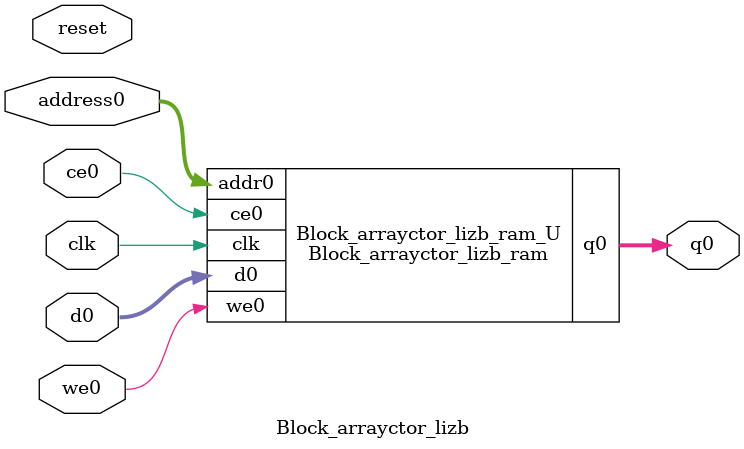
<source format=v>
`timescale 1 ns / 1 ps
module Block_arrayctor_lizb_ram (addr0, ce0, d0, we0, q0,  clk);

parameter DWIDTH = 5;
parameter AWIDTH = 12;
parameter MEM_SIZE = 3444;

input[AWIDTH-1:0] addr0;
input ce0;
input[DWIDTH-1:0] d0;
input we0;
output reg[DWIDTH-1:0] q0;
input clk;

(* ram_style = "block" *)reg [DWIDTH-1:0] ram[0:MEM_SIZE-1];




always @(posedge clk)  
begin 
    if (ce0) begin
        if (we0) 
            ram[addr0] <= d0; 
        q0 <= ram[addr0];
    end
end


endmodule

`timescale 1 ns / 1 ps
module Block_arrayctor_lizb(
    reset,
    clk,
    address0,
    ce0,
    we0,
    d0,
    q0);

parameter DataWidth = 32'd5;
parameter AddressRange = 32'd3444;
parameter AddressWidth = 32'd12;
input reset;
input clk;
input[AddressWidth - 1:0] address0;
input ce0;
input we0;
input[DataWidth - 1:0] d0;
output[DataWidth - 1:0] q0;



Block_arrayctor_lizb_ram Block_arrayctor_lizb_ram_U(
    .clk( clk ),
    .addr0( address0 ),
    .ce0( ce0 ),
    .we0( we0 ),
    .d0( d0 ),
    .q0( q0 ));

endmodule


</source>
